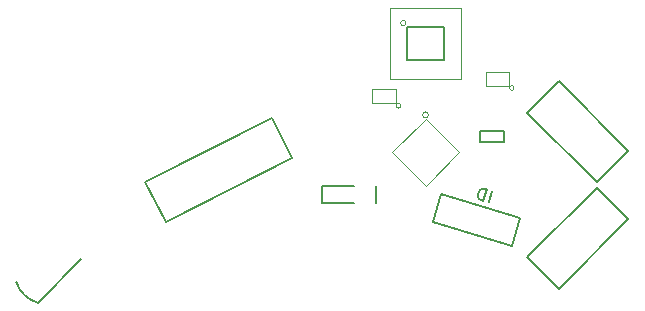
<source format=gbr>
G04 #@! TF.FileFunction,Legend,Bot*
%FSLAX46Y46*%
G04 Gerber Fmt 4.6, Leading zero omitted, Abs format (unit mm)*
G04 Created by KiCad (PCBNEW 4.0.5-e0-6337~49~ubuntu14.04.1) date Tue May 16 18:33:42 2017*
%MOMM*%
%LPD*%
G01*
G04 APERTURE LIST*
%ADD10C,0.100000*%
%ADD11C,0.140000*%
%ADD12C,0.150000*%
G04 APERTURE END LIST*
D10*
D11*
X131845889Y-82978800D02*
X132138261Y-82022495D01*
X131390506Y-82839575D02*
X131682878Y-81883271D01*
X131455187Y-81813658D01*
X131304648Y-81817429D01*
X131185727Y-81880661D01*
X131112344Y-81957815D01*
X131011116Y-82126046D01*
X130969348Y-82262661D01*
X130959196Y-82458737D01*
X130976890Y-82563736D01*
X131040121Y-82682657D01*
X131162815Y-82769963D01*
X131390506Y-82839575D01*
D12*
X113505732Y-75821795D02*
X115230896Y-79207620D01*
X115230896Y-79207620D02*
X104494268Y-84678205D01*
X104494268Y-84678205D02*
X102769104Y-81292380D01*
X102769104Y-81292380D02*
X113505732Y-75821795D01*
X137809010Y-90277996D02*
X135122004Y-87590990D01*
X135122004Y-87590990D02*
X140990990Y-81722004D01*
X140990990Y-81722004D02*
X143677996Y-84409010D01*
X143677996Y-84409010D02*
X137809010Y-90277996D01*
D10*
X124823607Y-67800000D02*
G75*
G03X124823607Y-67800000I-223607J0D01*
G01*
X129500000Y-66500000D02*
X129500000Y-72500000D01*
X123500000Y-66500000D02*
X129500000Y-66500000D01*
X123500000Y-72500000D02*
X123500000Y-66500000D01*
X129500000Y-72500000D02*
X123500000Y-72500000D01*
D12*
X128100000Y-70900000D02*
X124900000Y-70900000D01*
X124900000Y-70900000D02*
X124900000Y-68100000D01*
X124900000Y-68100000D02*
X128100000Y-68100000D01*
X128100000Y-68100000D02*
X128100000Y-70900000D01*
X122300000Y-83000000D02*
X122300000Y-81600000D01*
X120400000Y-83000000D02*
X117700000Y-83000000D01*
X117700000Y-83000000D02*
X117700000Y-81600000D01*
X117700000Y-81600000D02*
X120400000Y-81600000D01*
X143677996Y-78590990D02*
X140990990Y-81277996D01*
X140990990Y-81277996D02*
X135122004Y-75409010D01*
X135122004Y-75409010D02*
X137809010Y-72722004D01*
X137809010Y-72722004D02*
X143677996Y-78590990D01*
X133100000Y-77900000D02*
X133100000Y-76900000D01*
X133100000Y-76900000D02*
X131100000Y-76900000D01*
X131100000Y-76900000D02*
X131100000Y-77900000D01*
X131100000Y-77900000D02*
X133100000Y-77900000D01*
X91842342Y-89719382D02*
G75*
G03X93653806Y-91472182I2589281J863495D01*
G01*
X97330761Y-87795227D02*
X93653806Y-91472182D01*
X127106747Y-84654851D02*
X127837677Y-82264089D01*
X127837677Y-82264089D02*
X134531810Y-84310691D01*
X134531810Y-84310691D02*
X133800881Y-86701453D01*
X133800881Y-86701453D02*
X127106747Y-84654851D01*
D10*
X126750000Y-75568019D02*
G75*
G03X126750000Y-75568019I-250000J0D01*
G01*
X129328427Y-78750000D02*
X126500000Y-75921573D01*
X126500000Y-81578427D02*
X129328427Y-78750000D01*
X123671573Y-78750000D02*
X126500000Y-81578427D01*
X126500000Y-75921573D02*
X123671573Y-78750000D01*
X124400000Y-74800000D02*
G75*
G03X124400000Y-74800000I-200000J0D01*
G01*
X124000000Y-73400000D02*
X122000000Y-73400000D01*
X124000000Y-74600000D02*
X124000000Y-73400000D01*
X122000000Y-74600000D02*
X124000000Y-74600000D01*
X122000000Y-73400000D02*
X122000000Y-74600000D01*
X134000000Y-73300000D02*
G75*
G03X134000000Y-73300000I-200000J0D01*
G01*
X133600000Y-71900000D02*
X131600000Y-71900000D01*
X133600000Y-73100000D02*
X133600000Y-71900000D01*
X131600000Y-73100000D02*
X133600000Y-73100000D01*
X131600000Y-71900000D02*
X131600000Y-73100000D01*
M02*

</source>
